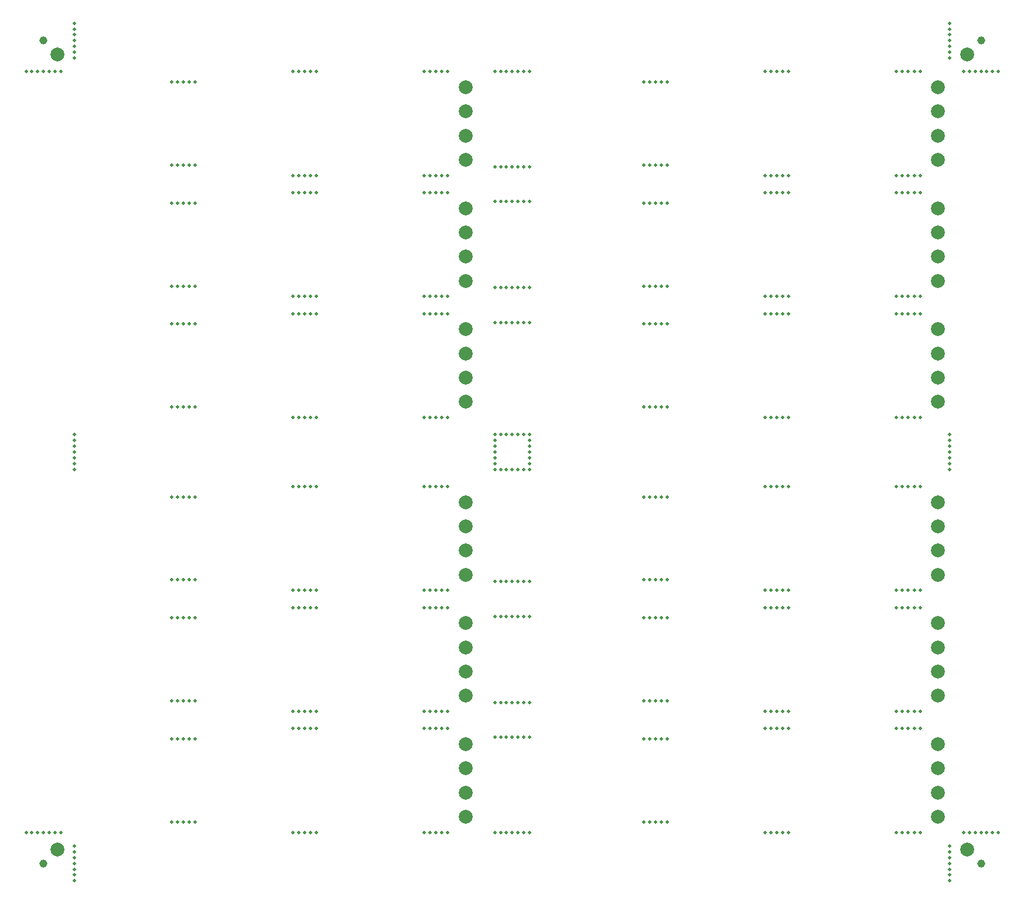
<source format=gbs>
G04 #@! TF.GenerationSoftware,KiCad,Pcbnew,8.0.1*
G04 #@! TF.CreationDate,2025-05-23T10:36:23+02:00*
G04 #@! TF.ProjectId,panel-12,70616e65-6c2d-4313-922e-6b696361645f,F*
G04 #@! TF.SameCoordinates,Original*
G04 #@! TF.FileFunction,Soldermask,Bot*
G04 #@! TF.FilePolarity,Negative*
%FSLAX46Y46*%
G04 Gerber Fmt 4.6, Leading zero omitted, Abs format (unit mm)*
G04 Created by KiCad (PCBNEW 8.0.1) date 2025-05-23 10:36:23*
%MOMM*%
%LPD*%
G01*
G04 APERTURE LIST*
%ADD10C,0.500000*%
%ADD11C,2.000000*%
%ADD12C,1.152000*%
G04 APERTURE END LIST*
D10*
G04 #@! TO.C,KiKit_MB_27_5*
X57549000Y-57000000D03*
G04 #@! TD*
G04 #@! TO.C,KiKit_MB_32_4*
X109350502Y-42000254D03*
G04 #@! TD*
G04 #@! TO.C,KiKit_MB_63_5*
X57549000Y-117000000D03*
G04 #@! TD*
G04 #@! TO.C,KiKit_MB_92_4*
X133500000Y-121500000D03*
G04 #@! TD*
G04 #@! TO.C,KiKit_MB_49_5*
X38549000Y-99500000D03*
G04 #@! TD*
G04 #@! TO.C,KiKit_MB_70_2*
X126649502Y-102000060D03*
G04 #@! TD*
G04 #@! TO.C,KiKit_MB_23_5*
X92700997Y-26000206D03*
G04 #@! TD*
G04 #@! TO.C,KiKit_MB_5_2*
X21899498Y-8500174D03*
G04 #@! TD*
G04 #@! TO.C,KiKit_MB_77_7*
X72750000Y-43250000D03*
G04 #@! TD*
G04 #@! TO.C,KiKit_MB_70_1*
X125799002Y-102000069D03*
G04 #@! TD*
G04 #@! TO.C,KiKit_MB_59_1*
X89298997Y-86000162D03*
G04 #@! TD*
G04 #@! TO.C,KiKit_MB_57_4*
X126649500Y-99500000D03*
G04 #@! TD*
G04 #@! TO.C,KiKit_MB_85_6*
X71916666Y-25750000D03*
G04 #@! TD*
G04 #@! TO.C,KiKit_MB_54_4*
X21899498Y-97999826D03*
G04 #@! TD*
G04 #@! TO.C,KiKit_MB_65_1*
X21048998Y-103500162D03*
G04 #@! TD*
G04 #@! TO.C,KiKit_MB_31_2*
X109350499Y-57000000D03*
G04 #@! TD*
G04 #@! TO.C,KiKit_MB_93_2*
X833334Y-7000000D03*
G04 #@! TD*
G04 #@! TO.C,KiKit_MB_91_2*
X7000000Y-119833333D03*
G04 #@! TD*
G04 #@! TO.C,KiKit_MB_89_1*
X7000000Y0D03*
G04 #@! TD*
G04 #@! TO.C,KiKit_MB_81_3*
X71083333Y-7000000D03*
G04 #@! TD*
G04 #@! TO.C,KiKit_MB_47_2*
X90149497Y-68500173D03*
G04 #@! TD*
G04 #@! TO.C,KiKit_MB_11_4*
X91850497Y-8500196D03*
G04 #@! TD*
G04 #@! TO.C,KiKit_MB_82_7*
X67750000Y-20750000D03*
G04 #@! TD*
G04 #@! TO.C,KiKit_MB_44_1*
X106799002Y-67000283D03*
G04 #@! TD*
G04 #@! TO.C,KiKit_MB_86_2*
X71916666Y-38250000D03*
G04 #@! TD*
G04 #@! TO.C,KiKit_MB_76_6*
X133500000Y-63666666D03*
G04 #@! TD*
G04 #@! TO.C,KiKit_MB_92_7*
X133500000Y-124000000D03*
G04 #@! TD*
G04 #@! TO.C,KiKit_MB_66_2*
X23600498Y-115499804D03*
G04 #@! TD*
G04 #@! TO.C,KiKit_MB_72_3*
X90999997Y-115499815D03*
G04 #@! TD*
D11*
G04 #@! TO.C,7-J3*
X131750000Y-72750000D03*
G04 #@! TD*
D10*
G04 #@! TO.C,KiKit_MB_52_1*
X57549002Y-84500069D03*
G04 #@! TD*
D12*
G04 #@! TO.C,KiKit_TO_4*
X138000000Y-121500000D03*
G04 #@! TD*
D10*
G04 #@! TO.C,KiKit_MB_72_4*
X90149497Y-115499826D03*
G04 #@! TD*
G04 #@! TO.C,KiKit_MB_26_2*
X39399502Y-42000274D03*
G04 #@! TD*
G04 #@! TO.C,KiKit_MB_36_4*
X90149497Y-55499826D03*
G04 #@! TD*
G04 #@! TO.C,KiKit_MB_12_1*
X92700997Y-20499793D03*
G04 #@! TD*
G04 #@! TO.C,KiKit_MB_43_3*
X108500000Y-82000000D03*
G04 #@! TD*
G04 #@! TO.C,KiKit_MB_10_3*
X127500002Y-7000051D03*
G04 #@! TD*
G04 #@! TO.C,KiKit_MB_81_7*
X67750000Y-7000000D03*
G04 #@! TD*
G04 #@! TO.C,KiKit_MB_79_5*
X71083333Y-85750000D03*
G04 #@! TD*
G04 #@! TO.C,KiKit_MB_73_4*
X7000000Y-62000000D03*
G04 #@! TD*
G04 #@! TO.C,KiKit_MB_95_3*
X137166666Y-7000000D03*
G04 #@! TD*
G04 #@! TO.C,KiKit_MB_60_3*
X90999997Y-97999815D03*
G04 #@! TD*
G04 #@! TO.C,KiKit_MB_84_4*
X70250000Y-80750000D03*
G04 #@! TD*
G04 #@! TO.C,KiKit_MB_52_3*
X59250002Y-84500050D03*
G04 #@! TD*
G04 #@! TO.C,KiKit_MB_13_5*
X38549000Y-39500000D03*
G04 #@! TD*
G04 #@! TO.C,KiKit_MB_22_2*
X126649502Y-24500060D03*
G04 #@! TD*
G04 #@! TO.C,KiKit_MB_77_3*
X69416666Y-43250000D03*
G04 #@! TD*
G04 #@! TO.C,KiKit_MB_94_3*
X1666667Y-117000000D03*
G04 #@! TD*
G04 #@! TO.C,KiKit_MB_3_3*
X59250000Y-22000000D03*
G04 #@! TD*
G04 #@! TO.C,KiKit_MB_89_2*
X7000000Y-833334D03*
G04 #@! TD*
G04 #@! TO.C,KiKit_MB_15_3*
X59250000Y-39500000D03*
G04 #@! TD*
D11*
G04 #@! TO.C,2-J5*
X63500000Y-37250000D03*
G04 #@! TD*
D10*
G04 #@! TO.C,KiKit_MB_56_2*
X107649502Y-84500274D03*
G04 #@! TD*
G04 #@! TO.C,KiKit_MB_68_5*
X110201001Y-102000245D03*
G04 #@! TD*
G04 #@! TO.C,KiKit_MB_90_1*
X133500000Y0D03*
G04 #@! TD*
G04 #@! TO.C,KiKit_MB_48_5*
X89298997Y-80499837D03*
G04 #@! TD*
G04 #@! TO.C,KiKit_MB_60_2*
X91850497Y-97999804D03*
G04 #@! TD*
G04 #@! TO.C,KiKit_MB_78_1*
X72750000Y-59500000D03*
G04 #@! TD*
G04 #@! TO.C,KiKit_MB_58_2*
X126649502Y-84500060D03*
G04 #@! TD*
G04 #@! TO.C,KiKit_MB_81_4*
X70250000Y-7000000D03*
G04 #@! TD*
G04 #@! TO.C,KiKit_MB_11_1*
X89298997Y-8500163D03*
G04 #@! TD*
G04 #@! TO.C,KiKit_MB_24_4*
X90149497Y-37999826D03*
G04 #@! TD*
G04 #@! TO.C,KiKit_MB_80_5*
X69416666Y-98250000D03*
G04 #@! TD*
G04 #@! TO.C,KiKit_MB_71_1*
X89298997Y-103500162D03*
G04 #@! TD*
G04 #@! TO.C,KiKit_MB_71_4*
X91850497Y-103500195D03*
G04 #@! TD*
G04 #@! TO.C,KiKit_MB_85_7*
X72750000Y-25750000D03*
G04 #@! TD*
G04 #@! TO.C,KiKit_MB_72_5*
X89298997Y-115499837D03*
G04 #@! TD*
G04 #@! TO.C,KiKit_MB_59_2*
X90149497Y-86000173D03*
G04 #@! TD*
G04 #@! TO.C,KiKit_MB_24_3*
X90999997Y-37999815D03*
G04 #@! TD*
G04 #@! TO.C,KiKit_MB_83_6*
X71916666Y-64500000D03*
G04 #@! TD*
G04 #@! TO.C,KiKit_MB_70_3*
X127500002Y-102000050D03*
G04 #@! TD*
G04 #@! TO.C,KiKit_MB_28_2*
X58399502Y-42000060D03*
G04 #@! TD*
G04 #@! TO.C,KiKit_MB_14_2*
X39399502Y-24500274D03*
G04 #@! TD*
G04 #@! TO.C,KiKit_MB_1_1*
X41950999Y-22000000D03*
G04 #@! TD*
D11*
G04 #@! TO.C,1-J3*
X131750000Y-12750000D03*
G04 #@! TD*
D10*
G04 #@! TO.C,KiKit_MB_53_1*
X21048998Y-86000162D03*
G04 #@! TD*
G04 #@! TO.C,KiKit_MB_47_3*
X90999997Y-68500184D03*
G04 #@! TD*
G04 #@! TO.C,KiKit_MB_15_2*
X60100499Y-39500000D03*
G04 #@! TD*
G04 #@! TO.C,KiKit_MB_54_1*
X24450998Y-97999793D03*
G04 #@! TD*
G04 #@! TO.C,KiKit_MB_56_3*
X108500002Y-84500264D03*
G04 #@! TD*
G04 #@! TO.C,KiKit_MB_9_1*
X129200999Y-22000000D03*
G04 #@! TD*
G04 #@! TO.C,KiKit_MB_66_5*
X21048998Y-115499837D03*
G04 #@! TD*
G04 #@! TO.C,KiKit_MB_29_4*
X23600498Y-43500195D03*
G04 #@! TD*
G04 #@! TO.C,KiKit_MB_5_4*
X23600498Y-8500196D03*
G04 #@! TD*
G04 #@! TO.C,KiKit_MB_58_1*
X125799002Y-84500069D03*
G04 #@! TD*
G04 #@! TO.C,KiKit_MB_16_1*
X57549002Y-24500069D03*
G04 #@! TD*
G04 #@! TO.C,KiKit_MB_41_5*
X24450998Y-68500206D03*
G04 #@! TD*
G04 #@! TO.C,KiKit_MB_15_4*
X58399500Y-39500000D03*
G04 #@! TD*
G04 #@! TO.C,KiKit_MB_19_4*
X107649500Y-39500000D03*
G04 #@! TD*
G04 #@! TO.C,KiKit_MB_67_2*
X109350499Y-117000000D03*
G04 #@! TD*
G04 #@! TO.C,KiKit_MB_79_7*
X72750000Y-85750000D03*
G04 #@! TD*
G04 #@! TO.C,KiKit_MB_82_2*
X71916666Y-20750000D03*
G04 #@! TD*
G04 #@! TO.C,KiKit_MB_46_3*
X127500002Y-67000050D03*
G04 #@! TD*
G04 #@! TO.C,KiKit_MB_55_5*
X106799000Y-99500000D03*
G04 #@! TD*
G04 #@! TO.C,KiKit_MB_60_5*
X89298997Y-97999837D03*
G04 #@! TD*
G04 #@! TO.C,KiKit_MB_73_3*
X7000000Y-61166666D03*
G04 #@! TD*
G04 #@! TO.C,KiKit_MB_14_5*
X41951001Y-24500245D03*
G04 #@! TD*
G04 #@! TO.C,KiKit_MB_75_3*
X72750000Y-62833333D03*
G04 #@! TD*
G04 #@! TO.C,KiKit_MB_66_3*
X22749998Y-115499815D03*
G04 #@! TD*
G04 #@! TO.C,KiKit_MB_1_5*
X38549000Y-22000000D03*
G04 #@! TD*
G04 #@! TO.C,KiKit_MB_32_5*
X110201001Y-42000245D03*
G04 #@! TD*
G04 #@! TO.C,KiKit_MB_92_2*
X133500000Y-119833333D03*
G04 #@! TD*
G04 #@! TO.C,KiKit_MB_77_6*
X71916666Y-43250000D03*
G04 #@! TD*
G04 #@! TO.C,KiKit_MB_54_2*
X23600498Y-97999804D03*
G04 #@! TD*
G04 #@! TO.C,KiKit_MB_48_3*
X90999997Y-80499815D03*
G04 #@! TD*
D11*
G04 #@! TO.C,10-J5*
X63500000Y-114750000D03*
G04 #@! TD*
D10*
G04 #@! TO.C,KiKit_MB_6_1*
X24450998Y-20499793D03*
G04 #@! TD*
G04 #@! TO.C,KiKit_MB_78_5*
X69416666Y-59500000D03*
G04 #@! TD*
G04 #@! TO.C,KiKit_MB_77_4*
X70250000Y-43250000D03*
G04 #@! TD*
G04 #@! TO.C,KiKit_MB_26_5*
X41951001Y-42000245D03*
G04 #@! TD*
G04 #@! TO.C,KiKit_MB_12_2*
X91850497Y-20499804D03*
G04 #@! TD*
G04 #@! TO.C,KiKit_MB_15_5*
X57549000Y-39500000D03*
G04 #@! TD*
G04 #@! TO.C,KiKit_MB_89_7*
X7000000Y-5000000D03*
G04 #@! TD*
G04 #@! TO.C,KiKit_MB_31_1*
X110200999Y-57000000D03*
G04 #@! TD*
G04 #@! TO.C,KiKit_MB_78_6*
X68583333Y-59500000D03*
G04 #@! TD*
D11*
G04 #@! TO.C,9-J4*
X131750000Y-93750000D03*
G04 #@! TD*
D10*
G04 #@! TO.C,KiKit_MB_4_4*
X60100502Y-7000042D03*
G04 #@! TD*
G04 #@! TO.C,KiKit_MB_5_3*
X22749998Y-8500185D03*
G04 #@! TD*
D11*
G04 #@! TO.C,2-J4*
X63500000Y-33750000D03*
G04 #@! TD*
D10*
G04 #@! TO.C,KiKit_MB_79_1*
X67750000Y-85750000D03*
G04 #@! TD*
G04 #@! TO.C,KiKit_MB_27_1*
X60950999Y-57000000D03*
G04 #@! TD*
G04 #@! TO.C,KiKit_MB_96_7*
X140500000Y-117000000D03*
G04 #@! TD*
G04 #@! TO.C,KiKit_MB_78_3*
X71083333Y-59500000D03*
G04 #@! TD*
G04 #@! TO.C,KiKit_MB_36_2*
X91850497Y-55499804D03*
G04 #@! TD*
G04 #@! TO.C,KiKit_MB_93_5*
X3333334Y-7000000D03*
G04 #@! TD*
G04 #@! TO.C,KiKit_MB_63_2*
X60100499Y-117000000D03*
G04 #@! TD*
G04 #@! TO.C,KiKit_MB_13_3*
X40250000Y-39500000D03*
G04 #@! TD*
G04 #@! TO.C,KiKit_MB_42_4*
X21899498Y-80499826D03*
G04 #@! TD*
G04 #@! TO.C,KiKit_MB_64_5*
X60951001Y-102000031D03*
G04 #@! TD*
G04 #@! TO.C,KiKit_MB_21_3*
X127500000Y-39500000D03*
G04 #@! TD*
D11*
G04 #@! TO.C,1-J5*
X131750000Y-19750000D03*
G04 #@! TD*
D10*
G04 #@! TO.C,KiKit_MB_67_1*
X110200999Y-117000000D03*
G04 #@! TD*
G04 #@! TO.C,KiKit_MB_85_3*
X69416666Y-25750000D03*
G04 #@! TD*
G04 #@! TO.C,KiKit_MB_90_3*
X133500000Y-1666667D03*
G04 #@! TD*
G04 #@! TO.C,KiKit_MB_41_1*
X21048998Y-68500162D03*
G04 #@! TD*
G04 #@! TO.C,KiKit_MB_32_2*
X107649502Y-42000274D03*
G04 #@! TD*
G04 #@! TO.C,KiKit_MB_69_3*
X127500000Y-117000000D03*
G04 #@! TD*
G04 #@! TO.C,KiKit_MB_86_3*
X71083333Y-38250000D03*
G04 #@! TD*
G04 #@! TO.C,KiKit_MB_47_5*
X92700997Y-68500206D03*
G04 #@! TD*
D11*
G04 #@! TO.C,0-J4*
X63500000Y-16250000D03*
G04 #@! TD*
D10*
G04 #@! TO.C,KiKit_MB_30_4*
X21899498Y-55499826D03*
G04 #@! TD*
G04 #@! TO.C,KiKit_MB_76_2*
X133500000Y-60333333D03*
G04 #@! TD*
G04 #@! TO.C,KiKit_MB_74_7*
X67750000Y-64500000D03*
G04 #@! TD*
G04 #@! TO.C,KiKit_MB_14_1*
X38549002Y-24500283D03*
G04 #@! TD*
G04 #@! TO.C,KiKit_MB_45_4*
X126649500Y-82000000D03*
G04 #@! TD*
G04 #@! TO.C,KiKit_MB_90_5*
X133500000Y-3333334D03*
G04 #@! TD*
D11*
G04 #@! TO.C,9-J5*
X131750000Y-97250000D03*
G04 #@! TD*
D12*
G04 #@! TO.C,KiKit_TO_3*
X2500000Y-121500000D03*
G04 #@! TD*
D10*
G04 #@! TO.C,KiKit_MB_94_6*
X4166667Y-117000000D03*
G04 #@! TD*
G04 #@! TO.C,KiKit_MB_51_3*
X59250000Y-99500000D03*
G04 #@! TD*
G04 #@! TO.C,KiKit_MB_80_3*
X71083333Y-98250000D03*
G04 #@! TD*
G04 #@! TO.C,KiKit_MB_68_1*
X106799002Y-102000283D03*
G04 #@! TD*
G04 #@! TO.C,KiKit_MB_20_3*
X108500002Y-24500264D03*
G04 #@! TD*
D12*
G04 #@! TO.C,KiKit_TO_2*
X138000000Y-2500000D03*
G04 #@! TD*
D10*
G04 #@! TO.C,KiKit_MB_56_5*
X110201001Y-84500245D03*
G04 #@! TD*
G04 #@! TO.C,KiKit_MB_82_4*
X70250000Y-20750000D03*
G04 #@! TD*
G04 #@! TO.C,KiKit_MB_69_5*
X125799000Y-117000000D03*
G04 #@! TD*
G04 #@! TO.C,KiKit_MB_38_2*
X39399502Y-67000274D03*
G04 #@! TD*
G04 #@! TO.C,KiKit_MB_80_6*
X68583333Y-98250000D03*
G04 #@! TD*
G04 #@! TO.C,KiKit_MB_44_2*
X107649502Y-67000274D03*
G04 #@! TD*
G04 #@! TO.C,KiKit_MB_46_1*
X125799002Y-67000069D03*
G04 #@! TD*
G04 #@! TO.C,KiKit_MB_73_6*
X7000000Y-63666666D03*
G04 #@! TD*
G04 #@! TO.C,KiKit_MB_82_1*
X72750000Y-20750000D03*
G04 #@! TD*
G04 #@! TO.C,KiKit_MB_91_4*
X7000000Y-121500000D03*
G04 #@! TD*
G04 #@! TO.C,KiKit_MB_62_5*
X41951001Y-102000245D03*
G04 #@! TD*
G04 #@! TO.C,KiKit_MB_11_5*
X92700997Y-8500207D03*
G04 #@! TD*
G04 #@! TO.C,KiKit_MB_76_7*
X133500000Y-64500000D03*
G04 #@! TD*
D11*
G04 #@! TO.C,11-J5*
X131750000Y-114750000D03*
G04 #@! TD*
D10*
G04 #@! TO.C,KiKit_MB_2_4*
X41100502Y-7000255D03*
G04 #@! TD*
G04 #@! TO.C,KiKit_MB_10_2*
X126649502Y-7000061D03*
G04 #@! TD*
G04 #@! TO.C,KiKit_MB_70_4*
X128350502Y-102000041D03*
G04 #@! TD*
G04 #@! TO.C,KiKit_MB_6_2*
X23600498Y-20499804D03*
G04 #@! TD*
G04 #@! TO.C,KiKit_MB_29_5*
X24450998Y-43500206D03*
G04 #@! TD*
G04 #@! TO.C,KiKit_MB_35_5*
X92700997Y-43500206D03*
G04 #@! TD*
G04 #@! TO.C,KiKit_MB_13_4*
X39399500Y-39500000D03*
G04 #@! TD*
G04 #@! TO.C,KiKit_MB_43_2*
X109350499Y-82000000D03*
G04 #@! TD*
G04 #@! TO.C,KiKit_MB_26_4*
X41100502Y-42000254D03*
G04 #@! TD*
G04 #@! TO.C,KiKit_MB_69_1*
X129200999Y-117000000D03*
G04 #@! TD*
D11*
G04 #@! TO.C,10-J3*
X63500000Y-107750000D03*
G04 #@! TD*
G04 #@! TO.C,4-J3*
X63500000Y-47750000D03*
G04 #@! TD*
D10*
G04 #@! TO.C,KiKit_MB_8_5*
X110201001Y-7000246D03*
G04 #@! TD*
D11*
G04 #@! TO.C,2-J2*
X63500000Y-26750000D03*
G04 #@! TD*
D10*
G04 #@! TO.C,KiKit_MB_21_2*
X128350499Y-39500000D03*
G04 #@! TD*
G04 #@! TO.C,KiKit_MB_73_7*
X7000000Y-64500000D03*
G04 #@! TD*
G04 #@! TO.C,KiKit_MB_96_1*
X135500000Y-117000000D03*
G04 #@! TD*
G04 #@! TO.C,KiKit_MB_19_3*
X108500000Y-39500000D03*
G04 #@! TD*
G04 #@! TO.C,KiKit_MB_62_2*
X39399502Y-102000274D03*
G04 #@! TD*
G04 #@! TO.C,KiKit_MB_96_5*
X138833333Y-117000000D03*
G04 #@! TD*
G04 #@! TO.C,KiKit_MB_89_3*
X7000000Y-1666667D03*
G04 #@! TD*
G04 #@! TO.C,KiKit_MB_10_5*
X129201001Y-7000032D03*
G04 #@! TD*
G04 #@! TO.C,KiKit_MB_50_3*
X40250002Y-84500264D03*
G04 #@! TD*
G04 #@! TO.C,KiKit_MB_48_4*
X90149497Y-80499826D03*
G04 #@! TD*
G04 #@! TO.C,KiKit_MB_77_2*
X68583333Y-43250000D03*
G04 #@! TD*
G04 #@! TO.C,KiKit_MB_5_5*
X24450998Y-8500207D03*
G04 #@! TD*
G04 #@! TO.C,KiKit_MB_79_2*
X68583333Y-85750000D03*
G04 #@! TD*
G04 #@! TO.C,KiKit_MB_49_3*
X40250000Y-99500000D03*
G04 #@! TD*
G04 #@! TO.C,KiKit_MB_18_1*
X24450998Y-37999793D03*
G04 #@! TD*
G04 #@! TO.C,KiKit_MB_82_6*
X68583333Y-20750000D03*
G04 #@! TD*
G04 #@! TO.C,KiKit_MB_37_4*
X39399500Y-82000000D03*
G04 #@! TD*
D11*
G04 #@! TO.C,8-J4*
X63500000Y-93750000D03*
G04 #@! TD*
D10*
G04 #@! TO.C,KiKit_MB_62_3*
X40250002Y-102000264D03*
G04 #@! TD*
G04 #@! TO.C,KiKit_MB_47_4*
X91850497Y-68500195D03*
G04 #@! TD*
D11*
G04 #@! TO.C,7-J4*
X131750000Y-76250000D03*
G04 #@! TD*
G04 #@! TO.C,11-J3*
X131750000Y-107750000D03*
G04 #@! TD*
D10*
G04 #@! TO.C,KiKit_MB_50_2*
X39399502Y-84500274D03*
G04 #@! TD*
G04 #@! TO.C,KiKit_MB_95_5*
X138833333Y-7000000D03*
G04 #@! TD*
G04 #@! TO.C,KiKit_MB_20_1*
X106799002Y-24500283D03*
G04 #@! TD*
G04 #@! TO.C,KiKit_MB_42_1*
X24450998Y-80499793D03*
G04 #@! TD*
G04 #@! TO.C,KiKit_MB_28_3*
X59250002Y-42000050D03*
G04 #@! TD*
G04 #@! TO.C,KiKit_MB_94_5*
X3333334Y-117000000D03*
G04 #@! TD*
G04 #@! TO.C,KiKit_MB_59_5*
X92700997Y-86000206D03*
G04 #@! TD*
G04 #@! TO.C,KiKit_MB_18_4*
X21899498Y-37999826D03*
G04 #@! TD*
G04 #@! TO.C,KiKit_MB_61_3*
X40250000Y-117000000D03*
G04 #@! TD*
G04 #@! TO.C,KiKit_MB_7_1*
X110200999Y-22000000D03*
G04 #@! TD*
G04 #@! TO.C,KiKit_MB_87_3*
X69416666Y-103250000D03*
G04 #@! TD*
G04 #@! TO.C,KiKit_MB_39_2*
X60100499Y-82000000D03*
G04 #@! TD*
G04 #@! TO.C,KiKit_MB_9_5*
X125799000Y-22000000D03*
G04 #@! TD*
G04 #@! TO.C,KiKit_MB_96_2*
X136333333Y-117000000D03*
G04 #@! TD*
G04 #@! TO.C,KiKit_MB_35_4*
X91850497Y-43500195D03*
G04 #@! TD*
G04 #@! TO.C,KiKit_MB_6_3*
X22749998Y-20499815D03*
G04 #@! TD*
G04 #@! TO.C,KiKit_MB_94_7*
X5000000Y-117000000D03*
G04 #@! TD*
G04 #@! TO.C,KiKit_MB_88_3*
X71083333Y-117000000D03*
G04 #@! TD*
G04 #@! TO.C,KiKit_MB_96_4*
X138000000Y-117000000D03*
G04 #@! TD*
G04 #@! TO.C,KiKit_MB_34_4*
X128350502Y-42000041D03*
G04 #@! TD*
G04 #@! TO.C,KiKit_MB_25_3*
X40250000Y-57000000D03*
G04 #@! TD*
G04 #@! TO.C,KiKit_MB_91_7*
X7000000Y-124000000D03*
G04 #@! TD*
G04 #@! TO.C,KiKit_MB_54_5*
X21048998Y-97999837D03*
G04 #@! TD*
G04 #@! TO.C,KiKit_MB_79_3*
X69416666Y-85750000D03*
G04 #@! TD*
G04 #@! TO.C,KiKit_MB_42_2*
X23600498Y-80499804D03*
G04 #@! TD*
G04 #@! TO.C,KiKit_MB_2_1*
X38549002Y-7000284D03*
G04 #@! TD*
G04 #@! TO.C,KiKit_MB_71_3*
X90999997Y-103500184D03*
G04 #@! TD*
G04 #@! TO.C,KiKit_MB_87_7*
X72750000Y-103250000D03*
G04 #@! TD*
G04 #@! TO.C,KiKit_MB_74_6*
X67750000Y-63666666D03*
G04 #@! TD*
G04 #@! TO.C,KiKit_MB_52_5*
X60951001Y-84500031D03*
G04 #@! TD*
G04 #@! TO.C,KiKit_MB_27_4*
X58399500Y-57000000D03*
G04 #@! TD*
G04 #@! TO.C,KiKit_MB_38_5*
X41951001Y-67000245D03*
G04 #@! TD*
G04 #@! TO.C,KiKit_MB_63_1*
X60950999Y-117000000D03*
G04 #@! TD*
G04 #@! TO.C,KiKit_MB_1_2*
X41100499Y-22000000D03*
G04 #@! TD*
D11*
G04 #@! TO.C,4-J4*
X63500000Y-51250000D03*
G04 #@! TD*
D10*
G04 #@! TO.C,KiKit_MB_22_1*
X125799002Y-24500069D03*
G04 #@! TD*
G04 #@! TO.C,KiKit_MB_11_2*
X90149497Y-8500174D03*
G04 #@! TD*
D11*
G04 #@! TO.C,4-J5*
X63500000Y-54750000D03*
G04 #@! TD*
D10*
G04 #@! TO.C,KiKit_MB_74_2*
X67750000Y-60333333D03*
G04 #@! TD*
G04 #@! TO.C,KiKit_MB_83_1*
X67750000Y-64500000D03*
G04 #@! TD*
G04 #@! TO.C,KiKit_MB_30_5*
X21048998Y-55499837D03*
G04 #@! TD*
G04 #@! TO.C,KiKit_MB_58_5*
X129201001Y-84500031D03*
G04 #@! TD*
D11*
G04 #@! TO.C,9-J2*
X131750000Y-86750000D03*
G04 #@! TD*
G04 #@! TO.C,4-J2*
X63500000Y-44250000D03*
G04 #@! TD*
D10*
G04 #@! TO.C,KiKit_MB_55_3*
X108500000Y-99500000D03*
G04 #@! TD*
G04 #@! TO.C,KiKit_MB_10_4*
X128350502Y-7000042D03*
G04 #@! TD*
G04 #@! TO.C,KiKit_MB_46_4*
X128350502Y-67000041D03*
G04 #@! TD*
G04 #@! TO.C,KiKit_MB_54_3*
X22749998Y-97999815D03*
G04 #@! TD*
G04 #@! TO.C,KiKit_MB_23_3*
X90999997Y-26000184D03*
G04 #@! TD*
G04 #@! TO.C,KiKit_MB_74_4*
X67750000Y-62000000D03*
G04 #@! TD*
G04 #@! TO.C,KiKit_MB_65_3*
X22749998Y-103500184D03*
G04 #@! TD*
G04 #@! TO.C,KiKit_MB_24_1*
X92700997Y-37999793D03*
G04 #@! TD*
G04 #@! TO.C,KiKit_MB_75_1*
X72750000Y-64500000D03*
G04 #@! TD*
G04 #@! TO.C,KiKit_MB_18_3*
X22749998Y-37999815D03*
G04 #@! TD*
G04 #@! TO.C,KiKit_MB_36_5*
X89298997Y-55499837D03*
G04 #@! TD*
G04 #@! TO.C,KiKit_MB_26_3*
X40250002Y-42000264D03*
G04 #@! TD*
G04 #@! TO.C,KiKit_MB_34_2*
X126649502Y-42000060D03*
G04 #@! TD*
D11*
G04 #@! TO.C,5-J3*
X131750000Y-47750000D03*
G04 #@! TD*
D10*
G04 #@! TO.C,KiKit_MB_91_1*
X7000000Y-119000000D03*
G04 #@! TD*
G04 #@! TO.C,KiKit_MB_17_4*
X23600498Y-26000195D03*
G04 #@! TD*
G04 #@! TO.C,KiKit_MB_44_4*
X109350502Y-67000254D03*
G04 #@! TD*
G04 #@! TO.C,KiKit_MB_90_6*
X133500000Y-4166667D03*
G04 #@! TD*
D11*
G04 #@! TO.C,5-J4*
X131750000Y-51250000D03*
G04 #@! TD*
D10*
G04 #@! TO.C,KiKit_MB_83_7*
X72750000Y-64500000D03*
G04 #@! TD*
G04 #@! TO.C,KiKit_MB_44_5*
X110201001Y-67000245D03*
G04 #@! TD*
G04 #@! TO.C,KiKit_MB_96_6*
X139666666Y-117000000D03*
G04 #@! TD*
G04 #@! TO.C,KiKit_MB_51_1*
X60950999Y-99500000D03*
G04 #@! TD*
G04 #@! TO.C,KiKit_MB_28_4*
X60100502Y-42000041D03*
G04 #@! TD*
G04 #@! TO.C,KiKit_MB_40_3*
X59250002Y-67000050D03*
G04 #@! TD*
G04 #@! TO.C,KiKit_MB_32_1*
X106799002Y-42000283D03*
G04 #@! TD*
G04 #@! TO.C,KiKit_MB_29_2*
X21899498Y-43500173D03*
G04 #@! TD*
G04 #@! TO.C,KiKit_MB_75_7*
X72750000Y-59500000D03*
G04 #@! TD*
G04 #@! TO.C,KiKit_MB_27_2*
X60100499Y-57000000D03*
G04 #@! TD*
D11*
G04 #@! TO.C,0-J3*
X63500000Y-12750000D03*
G04 #@! TD*
D10*
G04 #@! TO.C,KiKit_MB_49_1*
X41950999Y-99500000D03*
G04 #@! TD*
G04 #@! TO.C,KiKit_MB_89_6*
X7000000Y-4166667D03*
G04 #@! TD*
G04 #@! TO.C,KiKit_MB_45_3*
X127500000Y-82000000D03*
G04 #@! TD*
G04 #@! TO.C,KiKit_MB_66_1*
X24450998Y-115499793D03*
G04 #@! TD*
G04 #@! TO.C,KiKit_MB_86_1*
X72750000Y-38250000D03*
G04 #@! TD*
D11*
G04 #@! TO.C,9-J3*
X131750000Y-90250000D03*
G04 #@! TD*
D10*
G04 #@! TO.C,KiKit_MB_13_2*
X41100499Y-39500000D03*
G04 #@! TD*
D11*
G04 #@! TO.C,6-J3*
X63500000Y-72750000D03*
G04 #@! TD*
D10*
G04 #@! TO.C,KiKit_MB_78_7*
X67750000Y-59500000D03*
G04 #@! TD*
G04 #@! TO.C,KiKit_MB_3_5*
X57549000Y-22000000D03*
G04 #@! TD*
G04 #@! TO.C,KiKit_MB_90_4*
X133500000Y-2500000D03*
G04 #@! TD*
G04 #@! TO.C,KiKit_MB_70_5*
X129201001Y-102000031D03*
G04 #@! TD*
G04 #@! TO.C,KiKit_MB_56_4*
X109350502Y-84500254D03*
G04 #@! TD*
G04 #@! TO.C,KiKit_MB_45_5*
X125799000Y-82000000D03*
G04 #@! TD*
G04 #@! TO.C,KiKit_MB_65_4*
X23600498Y-103500195D03*
G04 #@! TD*
G04 #@! TO.C,KiKit_MB_42_5*
X21048998Y-80499837D03*
G04 #@! TD*
D11*
G04 #@! TO.C,2-J3*
X63500000Y-30250000D03*
G04 #@! TD*
D10*
G04 #@! TO.C,KiKit_MB_62_4*
X41100502Y-102000254D03*
G04 #@! TD*
G04 #@! TO.C,KiKit_MB_12_5*
X89298997Y-20499837D03*
G04 #@! TD*
G04 #@! TO.C,KiKit_MB_47_1*
X89298997Y-68500162D03*
G04 #@! TD*
G04 #@! TO.C,KiKit_MB_80_1*
X72750000Y-98250000D03*
G04 #@! TD*
G04 #@! TO.C,KiKit_MB_85_5*
X71083333Y-25750000D03*
G04 #@! TD*
G04 #@! TO.C,KiKit_MB_81_6*
X68583333Y-7000000D03*
G04 #@! TD*
G04 #@! TO.C,KiKit_MB_4_3*
X59250002Y-7000051D03*
G04 #@! TD*
G04 #@! TO.C,KiKit_MB_8_4*
X109350502Y-7000255D03*
G04 #@! TD*
G04 #@! TO.C,KiKit_MB_36_1*
X92700997Y-55499793D03*
G04 #@! TD*
G04 #@! TO.C,KiKit_MB_43_5*
X106799000Y-82000000D03*
G04 #@! TD*
D11*
G04 #@! TO.C,6-J5*
X63500000Y-79750000D03*
G04 #@! TD*
D10*
G04 #@! TO.C,KiKit_MB_88_5*
X69416666Y-117000000D03*
G04 #@! TD*
G04 #@! TO.C,KiKit_MB_50_1*
X38549002Y-84500283D03*
G04 #@! TD*
G04 #@! TO.C,KiKit_MB_31_3*
X108500000Y-57000000D03*
G04 #@! TD*
G04 #@! TO.C,KiKit_MB_50_5*
X41951001Y-84500245D03*
G04 #@! TD*
G04 #@! TO.C,KiKit_MB_34_1*
X125799002Y-42000069D03*
G04 #@! TD*
G04 #@! TO.C,KiKit_MB_52_4*
X60100502Y-84500041D03*
G04 #@! TD*
G04 #@! TO.C,KiKit_MB_38_1*
X38549002Y-67000283D03*
G04 #@! TD*
G04 #@! TO.C,KiKit_MB_78_2*
X71916666Y-59500000D03*
G04 #@! TD*
G04 #@! TO.C,KiKit_MB_16_4*
X60100502Y-24500041D03*
G04 #@! TD*
G04 #@! TO.C,KiKit_MB_17_3*
X22749998Y-26000184D03*
G04 #@! TD*
G04 #@! TO.C,KiKit_MB_40_4*
X60100502Y-67000041D03*
G04 #@! TD*
D11*
G04 #@! TO.C,5-J2*
X131750000Y-44250000D03*
G04 #@! TD*
D10*
G04 #@! TO.C,KiKit_MB_40_5*
X60951001Y-67000031D03*
G04 #@! TD*
G04 #@! TO.C,KiKit_MB_75_6*
X72750000Y-60333333D03*
G04 #@! TD*
G04 #@! TO.C,KiKit_MB_58_4*
X128350502Y-84500041D03*
G04 #@! TD*
G04 #@! TO.C,KiKit_MB_25_1*
X41950999Y-57000000D03*
G04 #@! TD*
G04 #@! TO.C,KiKit_MB_32_3*
X108500002Y-42000264D03*
G04 #@! TD*
G04 #@! TO.C,KiKit_MB_19_5*
X106799000Y-39500000D03*
G04 #@! TD*
G04 #@! TO.C,KiKit_MB_95_6*
X139666666Y-7000000D03*
G04 #@! TD*
G04 #@! TO.C,KiKit_MB_75_2*
X72750000Y-63666666D03*
G04 #@! TD*
G04 #@! TO.C,KiKit_MB_45_1*
X129200999Y-82000000D03*
G04 #@! TD*
G04 #@! TO.C,KiKit_MB_33_1*
X129200999Y-57000000D03*
G04 #@! TD*
G04 #@! TO.C,KiKit_MB_7_2*
X109350499Y-22000000D03*
G04 #@! TD*
G04 #@! TO.C,KiKit_MB_82_3*
X71083333Y-20750000D03*
G04 #@! TD*
G04 #@! TO.C,KiKit_MB_60_1*
X92700997Y-97999793D03*
G04 #@! TD*
G04 #@! TO.C,KiKit_MB_21_1*
X129200999Y-39500000D03*
G04 #@! TD*
G04 #@! TO.C,KiKit_MB_15_1*
X60950999Y-39500000D03*
G04 #@! TD*
D11*
G04 #@! TO.C,3-J4*
X131750000Y-33750000D03*
G04 #@! TD*
D10*
G04 #@! TO.C,KiKit_MB_81_2*
X71916666Y-7000000D03*
G04 #@! TD*
G04 #@! TO.C,KiKit_MB_57_5*
X125799000Y-99500000D03*
G04 #@! TD*
G04 #@! TO.C,KiKit_MB_1_4*
X39399500Y-22000000D03*
G04 #@! TD*
G04 #@! TO.C,KiKit_MB_85_2*
X68583333Y-25750000D03*
G04 #@! TD*
G04 #@! TO.C,KiKit_MB_23_2*
X90149497Y-26000173D03*
G04 #@! TD*
G04 #@! TO.C,KiKit_MB_94_1*
X0Y-117000000D03*
G04 #@! TD*
G04 #@! TO.C,KiKit_MB_35_1*
X89298997Y-43500162D03*
G04 #@! TD*
G04 #@! TO.C,KiKit_MB_22_5*
X129201001Y-24500031D03*
G04 #@! TD*
G04 #@! TO.C,KiKit_MB_2_2*
X39399502Y-7000275D03*
G04 #@! TD*
G04 #@! TO.C,KiKit_MB_23_1*
X89298997Y-26000162D03*
G04 #@! TD*
G04 #@! TO.C,KiKit_MB_22_3*
X127500002Y-24500050D03*
G04 #@! TD*
G04 #@! TO.C,KiKit_MB_84_3*
X71083333Y-80750000D03*
G04 #@! TD*
G04 #@! TO.C,KiKit_MB_44_3*
X108500002Y-67000264D03*
G04 #@! TD*
G04 #@! TO.C,KiKit_MB_8_2*
X107649502Y-7000275D03*
G04 #@! TD*
G04 #@! TO.C,KiKit_MB_37_5*
X38549000Y-82000000D03*
G04 #@! TD*
G04 #@! TO.C,KiKit_MB_73_1*
X7000000Y-59500000D03*
G04 #@! TD*
G04 #@! TO.C,KiKit_MB_48_1*
X92700997Y-80499793D03*
G04 #@! TD*
G04 #@! TO.C,KiKit_MB_28_5*
X60951001Y-42000031D03*
G04 #@! TD*
G04 #@! TO.C,KiKit_MB_35_3*
X90999997Y-43500184D03*
G04 #@! TD*
G04 #@! TO.C,KiKit_MB_16_3*
X59250002Y-24500050D03*
G04 #@! TD*
G04 #@! TO.C,KiKit_MB_78_4*
X70250000Y-59500000D03*
G04 #@! TD*
G04 #@! TO.C,KiKit_MB_25_4*
X39399500Y-57000000D03*
G04 #@! TD*
G04 #@! TO.C,KiKit_MB_43_1*
X110200999Y-82000000D03*
G04 #@! TD*
G04 #@! TO.C,KiKit_MB_33_3*
X127500000Y-57000000D03*
G04 #@! TD*
G04 #@! TO.C,KiKit_MB_80_4*
X70250000Y-98250000D03*
G04 #@! TD*
G04 #@! TO.C,KiKit_MB_69_4*
X126649500Y-117000000D03*
G04 #@! TD*
G04 #@! TO.C,KiKit_MB_53_4*
X23600498Y-86000195D03*
G04 #@! TD*
D11*
G04 #@! TO.C,3-J5*
X131750000Y-37250000D03*
G04 #@! TD*
D10*
G04 #@! TO.C,KiKit_MB_75_4*
X72750000Y-62000000D03*
G04 #@! TD*
G04 #@! TO.C,KiKit_MB_55_1*
X110200999Y-99500000D03*
G04 #@! TD*
G04 #@! TO.C,KiKit_MB_86_6*
X68583333Y-38250000D03*
G04 #@! TD*
G04 #@! TO.C,KiKit_MB_72_1*
X92700997Y-115499793D03*
G04 #@! TD*
G04 #@! TO.C,KiKit_MB_69_2*
X128350499Y-117000000D03*
G04 #@! TD*
G04 #@! TO.C,KiKit_MB_88_1*
X72750000Y-117000000D03*
G04 #@! TD*
G04 #@! TO.C,KiKit_MB_59_3*
X90999997Y-86000184D03*
G04 #@! TD*
G04 #@! TO.C,KiKit_MB_3_2*
X60100499Y-22000000D03*
G04 #@! TD*
D11*
G04 #@! TO.C,8-J5*
X63500000Y-97250000D03*
G04 #@! TD*
D10*
G04 #@! TO.C,KiKit_MB_24_2*
X91850497Y-37999804D03*
G04 #@! TD*
G04 #@! TO.C,KiKit_MB_55_2*
X109350499Y-99500000D03*
G04 #@! TD*
D11*
G04 #@! TO.C,0-J5*
X63500000Y-19750000D03*
G04 #@! TD*
D10*
G04 #@! TO.C,KiKit_MB_87_1*
X67750000Y-103250000D03*
G04 #@! TD*
G04 #@! TO.C,KiKit_MB_83_5*
X71083333Y-64500000D03*
G04 #@! TD*
G04 #@! TO.C,KiKit_MB_51_2*
X60100499Y-99500000D03*
G04 #@! TD*
G04 #@! TO.C,KiKit_MB_77_1*
X67750000Y-43250000D03*
G04 #@! TD*
G04 #@! TO.C,KiKit_MB_7_3*
X108500000Y-22000000D03*
G04 #@! TD*
G04 #@! TO.C,KiKit_MB_88_2*
X71916666Y-117000000D03*
G04 #@! TD*
G04 #@! TO.C,KiKit_MB_4_5*
X60951001Y-7000032D03*
G04 #@! TD*
G04 #@! TO.C,KiKit_MB_92_6*
X133500000Y-123166666D03*
G04 #@! TD*
G04 #@! TO.C,KiKit_MB_67_5*
X106799000Y-117000000D03*
G04 #@! TD*
G04 #@! TO.C,KiKit_MB_17_1*
X21048998Y-26000162D03*
G04 #@! TD*
G04 #@! TO.C,KiKit_MB_49_4*
X39399500Y-99500000D03*
G04 #@! TD*
G04 #@! TO.C,KiKit_MB_1_3*
X40250000Y-22000000D03*
G04 #@! TD*
D11*
G04 #@! TO.C,10-J2*
X63500000Y-104250000D03*
G04 #@! TD*
G04 #@! TO.C,6-J2*
X63500000Y-69250000D03*
G04 #@! TD*
D10*
G04 #@! TO.C,KiKit_MB_64_1*
X57549002Y-102000069D03*
G04 #@! TD*
D11*
G04 #@! TO.C,7-J2*
X131750000Y-69250000D03*
G04 #@! TD*
D10*
G04 #@! TO.C,KiKit_MB_91_6*
X7000000Y-123166666D03*
G04 #@! TD*
G04 #@! TO.C,KiKit_MB_38_3*
X40250002Y-67000264D03*
G04 #@! TD*
G04 #@! TO.C,KiKit_MB_93_6*
X4166667Y-7000000D03*
G04 #@! TD*
G04 #@! TO.C,KiKit_MB_86_7*
X67750000Y-38250000D03*
G04 #@! TD*
G04 #@! TO.C,KiKit_MB_45_2*
X128350499Y-82000000D03*
G04 #@! TD*
G04 #@! TO.C,KiKit_MB_90_7*
X133500000Y-5000000D03*
G04 #@! TD*
G04 #@! TO.C,KiKit_MB_93_1*
X0Y-7000000D03*
G04 #@! TD*
G04 #@! TO.C,KiKit_MB_96_3*
X137166666Y-117000000D03*
G04 #@! TD*
G04 #@! TO.C,KiKit_MB_84_2*
X71916666Y-80750000D03*
G04 #@! TD*
G04 #@! TO.C,KiKit_MB_73_5*
X7000000Y-62833333D03*
G04 #@! TD*
G04 #@! TO.C,KiKit_MB_20_4*
X109350502Y-24500254D03*
G04 #@! TD*
G04 #@! TO.C,KiKit_MB_21_5*
X125799000Y-39500000D03*
G04 #@! TD*
G04 #@! TO.C,KiKit_MB_89_5*
X7000000Y-3333334D03*
G04 #@! TD*
G04 #@! TO.C,KiKit_MB_87_2*
X68583333Y-103250000D03*
G04 #@! TD*
D11*
G04 #@! TO.C,3-J3*
X131750000Y-30250000D03*
G04 #@! TD*
D10*
G04 #@! TO.C,KiKit_MB_30_2*
X23600498Y-55499804D03*
G04 #@! TD*
G04 #@! TO.C,KiKit_MB_95_2*
X136333333Y-7000000D03*
G04 #@! TD*
G04 #@! TO.C,KiKit_MB_74_1*
X67750000Y-59500000D03*
G04 #@! TD*
G04 #@! TO.C,KiKit_MB_57_2*
X128350499Y-99500000D03*
G04 #@! TD*
G04 #@! TO.C,KiKit_MB_28_1*
X57549002Y-42000069D03*
G04 #@! TD*
G04 #@! TO.C,KiKit_MB_91_5*
X7000000Y-122333333D03*
G04 #@! TD*
G04 #@! TO.C,KiKit_MB_3_4*
X58399500Y-22000000D03*
G04 #@! TD*
G04 #@! TO.C,KiKit_MB_88_4*
X70250000Y-117000000D03*
G04 #@! TD*
G04 #@! TO.C,KiKit_MB_52_2*
X58399502Y-84500060D03*
G04 #@! TD*
D11*
G04 #@! TO.C,8-J2*
X63500000Y-86750000D03*
G04 #@! TD*
D10*
G04 #@! TO.C,KiKit_MB_67_3*
X108500000Y-117000000D03*
G04 #@! TD*
G04 #@! TO.C,KiKit_MB_30_1*
X24450998Y-55499793D03*
G04 #@! TD*
G04 #@! TO.C,KiKit_MB_3_1*
X60950999Y-22000000D03*
G04 #@! TD*
G04 #@! TO.C,KiKit_MB_16_5*
X60951001Y-24500031D03*
G04 #@! TD*
G04 #@! TO.C,KiKit_MB_39_4*
X58399500Y-82000000D03*
G04 #@! TD*
G04 #@! TO.C,KiKit_MB_76_1*
X133500000Y-59500000D03*
G04 #@! TD*
D11*
G04 #@! TO.C,1-J4*
X131750000Y-16250000D03*
G04 #@! TD*
D10*
G04 #@! TO.C,KiKit_MB_63_4*
X58399500Y-117000000D03*
G04 #@! TD*
G04 #@! TO.C,KiKit_MB_85_4*
X70250000Y-25750000D03*
G04 #@! TD*
G04 #@! TO.C,KiKit_MB_27_3*
X59250000Y-57000000D03*
G04 #@! TD*
G04 #@! TO.C,KiKit_MB_33_5*
X125799000Y-57000000D03*
G04 #@! TD*
G04 #@! TO.C,KiKit_MB_20_5*
X110201001Y-24500245D03*
G04 #@! TD*
G04 #@! TO.C,KiKit_MB_53_5*
X24450998Y-86000206D03*
G04 #@! TD*
G04 #@! TO.C,KiKit_MB_38_4*
X41100502Y-67000254D03*
G04 #@! TD*
G04 #@! TO.C,KiKit_MB_9_2*
X128350499Y-22000000D03*
G04 #@! TD*
G04 #@! TO.C,KiKit_MB_17_2*
X21899498Y-26000173D03*
G04 #@! TD*
G04 #@! TO.C,KiKit_MB_84_5*
X69416666Y-80750000D03*
G04 #@! TD*
G04 #@! TO.C,KiKit_MB_9_3*
X127500000Y-22000000D03*
G04 #@! TD*
G04 #@! TO.C,KiKit_MB_76_3*
X133500000Y-61166666D03*
G04 #@! TD*
G04 #@! TO.C,KiKit_MB_46_2*
X126649502Y-67000060D03*
G04 #@! TD*
G04 #@! TO.C,KiKit_MB_23_4*
X91850497Y-26000195D03*
G04 #@! TD*
G04 #@! TO.C,KiKit_MB_67_4*
X107649500Y-117000000D03*
G04 #@! TD*
D11*
G04 #@! TO.C,8-J3*
X63500000Y-90250000D03*
G04 #@! TD*
D10*
G04 #@! TO.C,KiKit_MB_34_5*
X129201001Y-42000031D03*
G04 #@! TD*
G04 #@! TO.C,KiKit_MB_51_4*
X58399500Y-99500000D03*
G04 #@! TD*
G04 #@! TO.C,KiKit_MB_93_4*
X2500000Y-7000000D03*
G04 #@! TD*
G04 #@! TO.C,KiKit_MB_65_2*
X21899498Y-103500173D03*
G04 #@! TD*
D11*
G04 #@! TO.C,6-J4*
X63500000Y-76250000D03*
G04 #@! TD*
D10*
G04 #@! TO.C,KiKit_MB_29_3*
X22749998Y-43500184D03*
G04 #@! TD*
G04 #@! TO.C,KiKit_MB_88_6*
X68583333Y-117000000D03*
G04 #@! TD*
D12*
G04 #@! TO.C,KiKit_TO_1*
X2500000Y-2500000D03*
G04 #@! TD*
D10*
G04 #@! TO.C,KiKit_MB_64_2*
X58399502Y-102000060D03*
G04 #@! TD*
G04 #@! TO.C,KiKit_MB_37_2*
X41100499Y-82000000D03*
G04 #@! TD*
G04 #@! TO.C,KiKit_MB_25_5*
X38549000Y-57000000D03*
G04 #@! TD*
G04 #@! TO.C,KiKit_MB_20_2*
X107649502Y-24500274D03*
G04 #@! TD*
D11*
G04 #@! TO.C,3-J2*
X131750000Y-26750000D03*
G04 #@! TD*
D10*
G04 #@! TO.C,KiKit_MB_87_6*
X71916666Y-103250000D03*
G04 #@! TD*
G04 #@! TO.C,KiKit_MB_42_3*
X22749998Y-80499815D03*
G04 #@! TD*
G04 #@! TO.C,KiKit_MB_53_3*
X22749998Y-86000184D03*
G04 #@! TD*
G04 #@! TO.C,KiKit_MB_7_4*
X107649500Y-22000000D03*
G04 #@! TD*
G04 #@! TO.C,KiKit_MB_25_2*
X41100499Y-57000000D03*
G04 #@! TD*
G04 #@! TO.C,KiKit_MB_79_4*
X70250000Y-85750000D03*
G04 #@! TD*
G04 #@! TO.C,KiKit_MB_85_1*
X67750000Y-25750000D03*
G04 #@! TD*
G04 #@! TO.C,KiKit_MB_39_5*
X57549000Y-82000000D03*
G04 #@! TD*
D11*
G04 #@! TO.C,7-J5*
X131750000Y-79750000D03*
G04 #@! TD*
D10*
G04 #@! TO.C,KiKit_MB_84_1*
X72750000Y-80750000D03*
G04 #@! TD*
G04 #@! TO.C,KiKit_MB_18_5*
X21048998Y-37999837D03*
G04 #@! TD*
G04 #@! TO.C,KiKit_MB_21_4*
X126649500Y-39500000D03*
G04 #@! TD*
G04 #@! TO.C,KiKit_MB_14_4*
X41100502Y-24500254D03*
G04 #@! TD*
G04 #@! TO.C,KiKit_MB_84_6*
X68583333Y-80750000D03*
G04 #@! TD*
G04 #@! TO.C,KiKit_MB_91_3*
X7000000Y-120666666D03*
G04 #@! TD*
G04 #@! TO.C,KiKit_MB_39_1*
X60950999Y-82000000D03*
G04 #@! TD*
G04 #@! TO.C,KiKit_MB_46_5*
X129201001Y-67000031D03*
G04 #@! TD*
G04 #@! TO.C,KiKit_MB_11_3*
X90999997Y-8500185D03*
G04 #@! TD*
G04 #@! TO.C,KiKit_MB_10_1*
X125799002Y-7000070D03*
G04 #@! TD*
G04 #@! TO.C,KiKit_MB_84_7*
X67750000Y-80750000D03*
G04 #@! TD*
G04 #@! TO.C,KiKit_MB_53_2*
X21899498Y-86000173D03*
G04 #@! TD*
G04 #@! TO.C,KiKit_MB_94_4*
X2500000Y-117000000D03*
G04 #@! TD*
G04 #@! TO.C,KiKit_MB_17_5*
X24450998Y-26000206D03*
G04 #@! TD*
G04 #@! TO.C,KiKit_MB_95_7*
X140500000Y-7000000D03*
G04 #@! TD*
G04 #@! TO.C,KiKit_MB_92_1*
X133500000Y-119000000D03*
G04 #@! TD*
G04 #@! TO.C,KiKit_MB_88_7*
X67750000Y-117000000D03*
G04 #@! TD*
G04 #@! TO.C,KiKit_MB_79_6*
X71916666Y-85750000D03*
G04 #@! TD*
G04 #@! TO.C,KiKit_MB_71_2*
X90149497Y-103500173D03*
G04 #@! TD*
G04 #@! TO.C,KiKit_MB_57_1*
X129200999Y-99500000D03*
G04 #@! TD*
G04 #@! TO.C,KiKit_MB_33_2*
X128350499Y-57000000D03*
G04 #@! TD*
G04 #@! TO.C,KiKit_MB_18_2*
X23600498Y-37999804D03*
G04 #@! TD*
G04 #@! TO.C,KiKit_MB_5_1*
X21048998Y-8500163D03*
G04 #@! TD*
G04 #@! TO.C,KiKit_MB_50_4*
X41100502Y-84500254D03*
G04 #@! TD*
G04 #@! TO.C,KiKit_MB_71_5*
X92700997Y-103500206D03*
G04 #@! TD*
G04 #@! TO.C,KiKit_MB_68_3*
X108500002Y-102000264D03*
G04 #@! TD*
G04 #@! TO.C,KiKit_MB_61_2*
X41100499Y-117000000D03*
G04 #@! TD*
G04 #@! TO.C,KiKit_MB_64_4*
X60100502Y-102000041D03*
G04 #@! TD*
G04 #@! TO.C,KiKit_MB_6_5*
X21048998Y-20499837D03*
G04 #@! TD*
G04 #@! TO.C,KiKit_MB_22_4*
X128350502Y-24500041D03*
G04 #@! TD*
G04 #@! TO.C,KiKit_MB_61_4*
X39399500Y-117000000D03*
G04 #@! TD*
G04 #@! TO.C,KiKit_MB_81_5*
X69416666Y-7000000D03*
G04 #@! TD*
G04 #@! TO.C,KiKit_MB_92_3*
X133500000Y-120666666D03*
G04 #@! TD*
G04 #@! TO.C,KiKit_MB_19_2*
X109350499Y-39500000D03*
G04 #@! TD*
G04 #@! TO.C,KiKit_MB_31_4*
X107649500Y-57000000D03*
G04 #@! TD*
G04 #@! TO.C,KiKit_MB_76_5*
X133500000Y-62833333D03*
G04 #@! TD*
G04 #@! TO.C,KiKit_MB_77_5*
X71083333Y-43250000D03*
G04 #@! TD*
G04 #@! TO.C,KiKit_MB_64_3*
X59250002Y-102000050D03*
G04 #@! TD*
G04 #@! TO.C,KiKit_MB_16_2*
X58399502Y-24500060D03*
G04 #@! TD*
G04 #@! TO.C,KiKit_MB_73_2*
X7000000Y-60333333D03*
G04 #@! TD*
G04 #@! TO.C,KiKit_MB_57_3*
X127500000Y-99500000D03*
G04 #@! TD*
G04 #@! TO.C,KiKit_MB_9_4*
X126649500Y-22000000D03*
G04 #@! TD*
G04 #@! TO.C,KiKit_MB_87_4*
X70250000Y-103250000D03*
G04 #@! TD*
G04 #@! TO.C,KiKit_MB_36_3*
X90999997Y-55499815D03*
G04 #@! TD*
G04 #@! TO.C,KiKit_MB_75_5*
X72750000Y-61166666D03*
G04 #@! TD*
G04 #@! TO.C,KiKit_MB_66_4*
X21899498Y-115499826D03*
G04 #@! TD*
G04 #@! TO.C,KiKit_MB_49_2*
X41100499Y-99500000D03*
G04 #@! TD*
D11*
G04 #@! TO.C,11-J4*
X131750000Y-111250000D03*
G04 #@! TD*
D10*
G04 #@! TO.C,KiKit_MB_33_4*
X126649500Y-57000000D03*
G04 #@! TD*
G04 #@! TO.C,KiKit_MB_92_5*
X133500000Y-122333333D03*
G04 #@! TD*
D11*
G04 #@! TO.C,1-J2*
X131750000Y-9250000D03*
G04 #@! TD*
D10*
G04 #@! TO.C,KiKit_MB_41_3*
X22749998Y-68500184D03*
G04 #@! TD*
G04 #@! TO.C,KiKit_MB_31_5*
X106799000Y-57000000D03*
G04 #@! TD*
G04 #@! TO.C,KiKit_MB_51_5*
X57549000Y-99500000D03*
G04 #@! TD*
G04 #@! TO.C,KiKit_MB_12_3*
X90999997Y-20499815D03*
G04 #@! TD*
G04 #@! TO.C,KiKit_MB_74_3*
X67750000Y-61166666D03*
G04 #@! TD*
G04 #@! TO.C,KiKit_MB_41_2*
X21899498Y-68500173D03*
G04 #@! TD*
G04 #@! TO.C,KiKit_MB_12_4*
X90149497Y-20499826D03*
G04 #@! TD*
G04 #@! TO.C,KiKit_MB_83_2*
X68583333Y-64500000D03*
G04 #@! TD*
G04 #@! TO.C,KiKit_MB_40_2*
X58399502Y-67000060D03*
G04 #@! TD*
G04 #@! TO.C,KiKit_MB_4_2*
X58399502Y-7000061D03*
G04 #@! TD*
G04 #@! TO.C,KiKit_MB_94_2*
X833334Y-117000000D03*
G04 #@! TD*
G04 #@! TO.C,KiKit_MB_74_5*
X67750000Y-62833333D03*
G04 #@! TD*
G04 #@! TO.C,KiKit_MB_87_5*
X71083333Y-103250000D03*
G04 #@! TD*
G04 #@! TO.C,KiKit_MB_86_5*
X69416666Y-38250000D03*
G04 #@! TD*
G04 #@! TO.C,KiKit_MB_7_5*
X106799000Y-22000000D03*
G04 #@! TD*
G04 #@! TO.C,KiKit_MB_14_3*
X40250002Y-24500264D03*
G04 #@! TD*
G04 #@! TO.C,KiKit_MB_55_4*
X107649500Y-99500000D03*
G04 #@! TD*
G04 #@! TO.C,KiKit_MB_76_4*
X133500000Y-62000000D03*
G04 #@! TD*
G04 #@! TO.C,KiKit_MB_8_1*
X106799002Y-7000284D03*
G04 #@! TD*
G04 #@! TO.C,KiKit_MB_81_1*
X72750000Y-7000000D03*
G04 #@! TD*
D11*
G04 #@! TO.C,0-J2*
X63500000Y-9250000D03*
G04 #@! TD*
D10*
G04 #@! TO.C,KiKit_MB_83_4*
X70250000Y-64500000D03*
G04 #@! TD*
G04 #@! TO.C,KiKit_MB_83_3*
X69416666Y-64500000D03*
G04 #@! TD*
G04 #@! TO.C,KiKit_MB_2_3*
X40250002Y-7000265D03*
G04 #@! TD*
G04 #@! TO.C,KiKit_MB_29_1*
X21048998Y-43500162D03*
G04 #@! TD*
G04 #@! TO.C,KiKit_MB_61_1*
X41950999Y-117000000D03*
G04 #@! TD*
G04 #@! TO.C,KiKit_MB_60_4*
X90149497Y-97999826D03*
G04 #@! TD*
G04 #@! TO.C,KiKit_MB_95_1*
X135500000Y-7000000D03*
G04 #@! TD*
G04 #@! TO.C,KiKit_MB_41_4*
X23600498Y-68500195D03*
G04 #@! TD*
G04 #@! TO.C,KiKit_MB_24_5*
X89298997Y-37999837D03*
G04 #@! TD*
G04 #@! TO.C,KiKit_MB_93_7*
X5000000Y-7000000D03*
G04 #@! TD*
G04 #@! TO.C,KiKit_MB_80_7*
X67750000Y-98250000D03*
G04 #@! TD*
G04 #@! TO.C,KiKit_MB_62_1*
X38549002Y-102000283D03*
G04 #@! TD*
G04 #@! TO.C,KiKit_MB_2_5*
X41951001Y-7000246D03*
G04 #@! TD*
G04 #@! TO.C,KiKit_MB_93_3*
X1666667Y-7000000D03*
G04 #@! TD*
G04 #@! TO.C,KiKit_MB_8_3*
X108500002Y-7000265D03*
G04 #@! TD*
G04 #@! TO.C,KiKit_MB_37_3*
X40250000Y-82000000D03*
G04 #@! TD*
G04 #@! TO.C,KiKit_MB_34_3*
X127500002Y-42000050D03*
G04 #@! TD*
D11*
G04 #@! TO.C,5-J5*
X131750000Y-54750000D03*
G04 #@! TD*
D10*
G04 #@! TO.C,KiKit_MB_90_2*
X133500000Y-833334D03*
G04 #@! TD*
G04 #@! TO.C,KiKit_MB_82_5*
X69416666Y-20750000D03*
G04 #@! TD*
G04 #@! TO.C,KiKit_MB_89_4*
X7000000Y-2500000D03*
G04 #@! TD*
G04 #@! TO.C,KiKit_MB_61_5*
X38549000Y-117000000D03*
G04 #@! TD*
G04 #@! TO.C,KiKit_MB_19_1*
X110200999Y-39500000D03*
G04 #@! TD*
G04 #@! TO.C,KiKit_MB_43_4*
X107649500Y-82000000D03*
G04 #@! TD*
G04 #@! TO.C,KiKit_MB_72_2*
X91850497Y-115499804D03*
G04 #@! TD*
G04 #@! TO.C,KiKit_MB_65_5*
X24450998Y-103500206D03*
G04 #@! TD*
G04 #@! TO.C,KiKit_MB_58_3*
X127500002Y-84500050D03*
G04 #@! TD*
G04 #@! TO.C,KiKit_MB_68_2*
X107649502Y-102000274D03*
G04 #@! TD*
D11*
G04 #@! TO.C,10-J4*
X63500000Y-111250000D03*
G04 #@! TD*
D10*
G04 #@! TO.C,KiKit_MB_68_4*
X109350502Y-102000254D03*
G04 #@! TD*
G04 #@! TO.C,KiKit_MB_86_4*
X70250000Y-38250000D03*
G04 #@! TD*
G04 #@! TO.C,KiKit_MB_6_4*
X21899498Y-20499826D03*
G04 #@! TD*
G04 #@! TO.C,KiKit_MB_40_1*
X57549002Y-67000069D03*
G04 #@! TD*
G04 #@! TO.C,KiKit_MB_48_2*
X91850497Y-80499804D03*
G04 #@! TD*
G04 #@! TO.C,KiKit_MB_35_2*
X90149497Y-43500173D03*
G04 #@! TD*
G04 #@! TO.C,KiKit_MB_95_4*
X138000000Y-7000000D03*
G04 #@! TD*
G04 #@! TO.C,KiKit_MB_39_3*
X59250000Y-82000000D03*
G04 #@! TD*
G04 #@! TO.C,KiKit_MB_4_1*
X57549002Y-7000070D03*
G04 #@! TD*
G04 #@! TO.C,KiKit_MB_26_1*
X38549002Y-42000283D03*
G04 #@! TD*
D11*
G04 #@! TO.C,11-J2*
X131750000Y-104250000D03*
G04 #@! TD*
D10*
G04 #@! TO.C,KiKit_MB_37_1*
X41950999Y-82000000D03*
G04 #@! TD*
G04 #@! TO.C,KiKit_MB_59_4*
X91850497Y-86000195D03*
G04 #@! TD*
G04 #@! TO.C,KiKit_MB_63_3*
X59250000Y-117000000D03*
G04 #@! TD*
G04 #@! TO.C,KiKit_MB_80_2*
X71916666Y-98250000D03*
G04 #@! TD*
G04 #@! TO.C,KiKit_MB_56_1*
X106799002Y-84500283D03*
G04 #@! TD*
G04 #@! TO.C,KiKit_MB_13_1*
X41950999Y-39500000D03*
G04 #@! TD*
G04 #@! TO.C,KiKit_MB_30_3*
X22749998Y-55499815D03*
G04 #@! TD*
D11*
G04 #@! TO.C,KiKit_FID_B_1*
X4500000Y-4500000D03*
G04 #@! TD*
G04 #@! TO.C,KiKit_FID_B_2*
X136000000Y-4500000D03*
G04 #@! TD*
G04 #@! TO.C,KiKit_FID_B_4*
X136000000Y-119500000D03*
G04 #@! TD*
G04 #@! TO.C,KiKit_FID_B_3*
X4500000Y-119500000D03*
G04 #@! TD*
M02*

</source>
